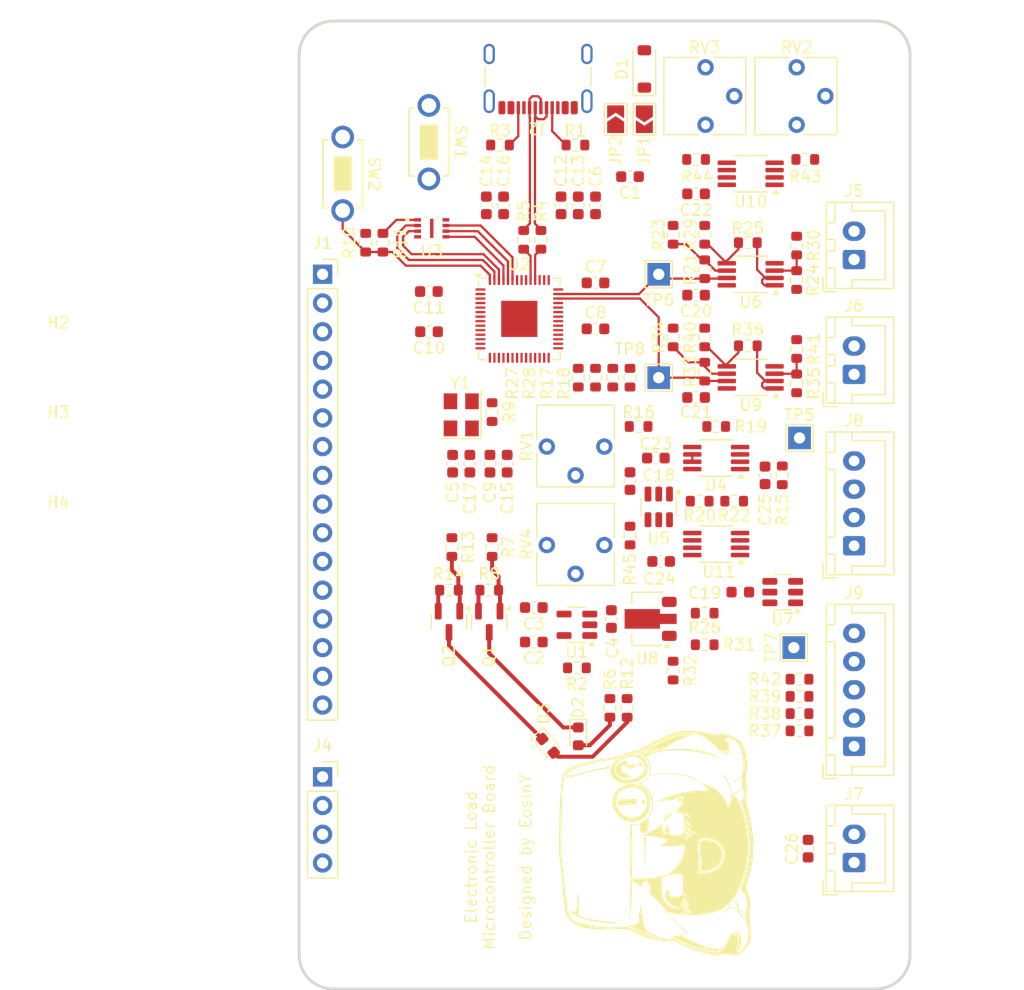
<source format=kicad_pcb>
(kicad_pcb (version 20241229) (generator "pcbnew") (generator_version "9.0")
  (layers (0 "F.Cu" signal) (4 "In1.Cu" signal) (6 "In2.Cu" signal) (2 "B.Cu" signal) (13 "F.Paste" user) (15 "B.Paste" user) (5 "F.SilkS" user "F.Silkscreen") (7 "B.SilkS" user "B.Silkscreen") (1 "F.Mask" user) (3 "B.Mask" user) (25 "Edge.Cuts" user))
  (net 0 "")
  (net 1 "+5V")
  (net 2 "GND")
  (net 3 "Net-(D1-K)")
  (net 4 "Net-(D1-A)")
  (net 5 "Net-(D2-K)")
  (net 6 "Net-(D2-A)")
  (net 7 "Net-(D3-K)")
  (net 8 "Net-(D3-A)")
  (net 9 "Net-(J5-Pin_2)")
  (net 10 "Net-(J6-Pin_2)")
  (net 11 "/USB+")
  (net 12 "/USB-")
  (net 13 "Net-(Q1-G)")
  (net 14 "Net-(Q2-G)")
  (net 15 "ADC_SDA")
  (net 16 "DAC_SDA")
  (net 17 "ADC_SCL")
  (net 18 "DAC_SCL")
  (net 19 "SHUNT_SELECT2")
  (net 20 "SHUNT_SELECT1")
  (net 21 "Vconst_ENABLE")
  (net 22 "LOAD_ENABLE")
  (net 23 "ROM_SS")
  (net 24 "+3V3")
  (net 25 "Net-(R20-Pad2)")
  (net 26 "Net-(R21-Pad2)")
  (net 27 "RES_TEMP")
  (net 28 "MOS_TEMP")
  (net 29 "LED_Gate1")
  (net 30 "LED_Gate2")
  (net 31 "Vofs")
  (net 32 "+1V1")
  (net 33 "ROM_IO2")
  (net 34 "ROM_IO0")
  (net 35 "SWCLK")
  (net 36 "ROM_CLK")
  (net 37 "ROM_IO1")
  (net 38 "ROM_IO3")
  (net 39 "SWD")
  (net 40 "Vmeas")
  (net 41 "Vref")
  (net 42 "T_ofs1")
  (net 43 "T_ofs2")
  (net 44 "VrefCMP")
  (net 45 "Vofs1")
  (net 46 "VAA")
  (net 47 "Net-(U1-Cap)")
  (net 48 "Net-(U2-XIN)")
  (net 49 "Net-(C17-Pad2)")
  (net 50 "Net-(C25-Pad1)")
  (net 51 "Net-(J1-Pin_1)")
  (net 52 "Net-(J1-Pin_8)")
  (net 53 "Net-(J1-Pin_4)")
  (net 54 "Net-(J1-Pin_6)")
  (net 55 "Net-(J1-Pin_7)")
  (net 56 "Net-(J1-Pin_2)")
  (net 57 "Net-(J1-Pin_3)")
  (net 58 "Net-(J1-Pin_5)")
  (net 60 "Net-(JP2-B)")
  (net 62 "Net-(J2-CC1)")
  (net 67 "Net-(J2-CC2)")
  (net 68 "Net-(J9-Pin_1)")
  (net 69 "Net-(J9-Pin_4)")
  (net 70 "Net-(J9-Pin_3)")
  (net 71 "Net-(J9-Pin_2)")
  (net 72 "Net-(U1-Ctrl)")
  (net 73 "Net-(U2-XOUT)")
  (net 74 "Net-(U3-~{CS})")
  (net 75 "Net-(R16-Pad1)")
  (net 76 "Net-(U5-VOUT)")
  (net 77 "Net-(R25-Pad2)")
  (net 78 "Net-(R25-Pad1)")
  (net 79 "Net-(U8-REF)")
  (net 80 "Net-(R33-Pad2)")
  (net 81 "Net-(R36-Pad2)")
  (net 82 "Net-(R36-Pad1)")
  (net 83 "Net-(R43-Pad1)")
  (net 84 "Net-(R44-Pad1)")
  (net 85 "Net-(R45-Pad1)")
  (net 86 "Net-(U2-RUN)")
  (net 89 "USB_D-")
  (net 90 "USB_D+")
  (net 91 "Net-(J1-Pin_15)")
  (net 92 "Net-(J1-Pin_16)")
  (net 93 "Net-(J1-Pin_14)")
  (net 94 "Net-(J1-Pin_11)")
  (net 95 "Net-(J1-Pin_13)")
  (net 96 "Net-(J1-Pin_9)")
  (net 97 "Net-(J1-Pin_12)")
  (net 98 "Net-(J1-Pin_10)")
  (footprint "Resistor_SMD:R_0603_1608Metric" (layer "F.Cu") (at 83.058 107.442 90)
    (property "Reference" "R32")
    (property "Value" "100k")
  )
  (footprint "Package_TO_SOT_SMD:SOT-23" (layer "F.Cu") (at 66.802 103.124 -90)
    (property "Reference" "Q1")
    (property "Value" "2N7002K")
  )
  (footprint "Capacitor_SMD:C_0603_1608Metric" (layer "F.Cu") (at 70.7445 101.867 180)
    (property "Reference" "C3")
    (property "Value" "0.1u")
  )
  (footprint "Potentiometer_THT:Potentiometer_Vishay_T73YP_Vertical" (layer "F.Cu") (at 85.927 59.167)
    (property "Reference" "RV3")
    (property "Value" "10k")
  )
  (footprint "Crystal:Crystal_SMD_SeikoEpson_FA238V-4Pin_3.2x2.5mm" (layer "F.Cu") (at 64.328 84.823 90)
    (property "Reference" "Y1")
    (property "Value" "FA238V 12.000000MHz")
  )
  (footprint "Connector_PinSocket_2.54mm:PinSocket_1x04_P2.54mm_Vertical" (layer "F.Cu") (at 52.07 116.84)
    (property "Reference" "J4")
    (property "Value" "Conn_01x04")
  )
  (footprint "Resistor_SMD:R_0603_1608Metric" (layer "F.Cu") (at 69.85 69.342 -90)
    (property "Reference" "R5")
    (property "Value" "27")
  )
  (footprint "Resistor_SMD:R_0603_1608Metric" (layer "F.Cu") (at 78.994 110.744 -90)
    (property "Reference" "R12")
    (property "Value" "470")
  )
  (footprint "Resistor_SMD:R_0603_1608Metric" (layer "F.Cu") (at 85.852 81 90)
    (property "Reference" "R33")
    (property "Value" "10k")
  )
  (footprint "Resistor_SMD:R_0603_1608Metric" (layer "F.Cu") (at 94.234 112.776)
    (property "Reference" "R37")
    (property "Value" "22")
  )
  (footprint "Capacitor_SMD:C_0603_1608Metric" (layer "F.Cu") (at 66.868 89.141 -90)
    (property "Reference" "C9")
    (property "Value" "0.1u")
  )
  (footprint "Capacitor_SMD:C_0603_1608Metric" (layer "F.Cu") (at 61.481 77.47 180)
    (property "Reference" "C10")
    (property "Value" "0.1u")
  )
  (footprint "Resistor_SMD:R_0603_1608Metric" (layer "F.Cu") (at 94.234 108.204)
    (property "Reference" "R42")
    (property "Value" "22")
  )
  (footprint "Capacitor_SMD:C_0603_1608Metric" (layer "F.Cu") (at 79.248 90.678 90)
    (property "Reference" "C18")
    (property "Value" "0.1u")
  )
  (footprint "Resistor_SMD:R_0603_1608Metric" (layer "F.Cu") (at 74.422 60.96)
    (property "Reference" "R1")
    (property "Value" "5.1k")
  )
  (footprint "Capacitor_SMD:C_0603_1608Metric" (layer "F.Cu") (at 79.248 63.754 180)
    (property "Reference" "C1")
    (property "Value" "0.1u")
  )
  (footprint "Capacitor_SMD:C_0603_1608Metric" (layer "F.Cu") (at 66.548 66.294 90)
    (property "Reference" "C14")
    (property "Value" "0.1u")
  )
  (footprint "Package_TO_SOT_SMD:SOT-89-3" (layer "F.Cu") (at 80.772 102.87 180)
    (property "Reference" "U8")
    (property "Value" "NJM1431AU")
  )
  (footprint "Capacitor_SMD:C_0603_1608Metric" (layer "F.Cu") (at 61.468 73.914 180)
    (property "Reference" "C11")
    (property "Value" "0.1u")
  )
  (footprint "Package_DFN_QFN:QFN-56-1EP_7x7mm_P0.4mm_EP3.2x3.2mm" (layer "F.Cu") (at 69.4605 76.3355)
    (property "Reference" "U2")
    (property "Value" "RP2040")
  )
  (footprint "Resistor_SMD:R_0603_1608Metric" (layer "F.Cu") (at 79.248 81.534 90)
    (property "Reference" "R18")
    (property "Value" "10k")
  )
  (footprint "Akizuki_Switch:TVBP06-B043CB" (layer "F.Cu") (at 53.848 63.5 -90)
    (property "Reference" "SW2")
    (property "Value" "BOOTSEL")
  )
  (footprint "Capacitor_SMD:C_0603_1608Metric" (layer "F.Cu") (at 89 100.5 180)
    (property "Reference" "C19")
    (property "Value" "0.1u")
  )
  (footprint "Package_SO:MSOP-8_3x3mm_P0.65mm" (layer "F.Cu") (at 89.916 81.508 180)
    (property "Reference" "U9")
    (property "Value" "S-89713B-K8T2U")
  )
  (footprint "Capacitor_SMD:C_0603_1608Metric" (layer "F.Cu") (at 76.2 73.152)
    (property "Reference" "C7")
    (property "Value" "0.1u")
  )
  (footprint "Resistor_SMD:R_0603_1608Metric" (layer "F.Cu") (at 80.01 85.852)
    (property "Reference" "R16")
    (property "Value" "100k")
  )
  (footprint "Resistor_SMD:R_0603_1608Metric" (layer "F.Cu") (at 93.98 72.898 -90)
    (property "Reference" "R24")
    (property "Value" "10k")
  )
  (footprint "Resistor_SMD:R_0603_1608Metric" (layer "F.Cu") (at 88.455 92.456 180)
    (property "Reference" "R22")
    (property "Value" "10k")
  )
  (footprint "Resistor_SMD:R_0603_1608Metric" (layer "F.Cu") (at 89.662 69.596)
    (property "Reference" "R25")
    (property "Value" "10k")
  )
  (footprint "Jumper:SolderJumper-2_P1.3mm_Open_TrianglePad1.0x1.5mm" (layer "F.Cu") (at 80.518 58.674 -90)
    (property "Reference" "JP1")
    (property "Value" "5VSW")
  )
  (footprint "TestPoint:TestPoint_THTPad_2.0x2.0mm_Drill1.0mm" (layer "F.Cu") (at 81.788 81.534)
    (property "Reference" "TP8")
    (property "Value" "TestPoint_Probe")
  )
  (footprint "Resistor_SMD:R_0603_1608Metric" (layer "F.Cu") (at 93.98 69.85 -90)
    (property "Reference" "R30")
    (property "Value" "3k")
  )
  (footprint "Capacitor_SMD:C_0603_1608Metric" (layer "F.Cu") (at 76.2 77.216)
    (property "Reference" "C8")
    (property "Value" "0.1u")
  )
  (footprint "Potentiometer_THT:Potentiometer_Vishay_T73YP_Vertical" (layer "F.Cu") (at 71.897 87.63 -90)
    (property "Reference" "RV1")
    (property "Value" "10k")
  )
  (footprint "Capacitor_SMD:C_0603_1608Metric" (layer "F.Cu") (at 85.09 83.286 180)
    (property "Reference" "C21")
    (property "Value" "0.1u")
  )
  (footprint "Capacitor_SMD:C_0603_1608Metric" (layer "F.Cu") (at 94.996 123.19 90)
    (property "Reference" "C26")
    (property "Value" "2.2u")
  )
  (footprint "Resistor_SMD:R_0603_1608Metric" (layer "F.Cu") (at 74.5545 107.201 180)
    (property "Reference" "R2")
    (property "Value" "10k")
  )
  (footprint "Resistor_SMD:R_0603_1608Metric" (layer "F.Cu") (at 93.98 78.994 -90)
    (property "Reference" "R41")
    (property "Value" "3k")
  )
  (footprint "Diode_SMD:D_SOD-123" (layer "F.Cu") (at 80.518 54.228 90)
    (property "Reference" "D1")
    (property "Value" "RB160M-30TR")
  )
  (footprint "Capacitor_SMD:C_0603_1608Metric" (layer "F.Cu") (at 73.152 66.294 90)
    (property "Reference" "C12")
    (property "Value" "0.1u")
  )
  (footprint "Resistor_SMD:R_0603_1608Metric" (layer "F.Cu") (at 85.407 92.456)
    (property "Reference" "R20")
    (property "Value" "10k")
  )
  (footprint "Resistor_SMD:R_0603_1608Metric" (layer "F.Cu") (at 85.852 102.362 180)
    (property "Reference" "R26")
    (property "Value" "82")
  )
  (footprint "Connector_JST:JST_XH_B2B-XH-A_1x02_P2.50mm_Vertical" (layer "F.Cu") (at 99.06 81.24 90)
    (property "Reference" "J6")
    (property "Value" "MOS_Thermister")
  )
  (footprint "Package_SO:MSOP-8_3x3mm_P0.65mm" (layer "F.Cu") (at 89.916 63.5 180)
    (property "Reference" "U10")
    (property "Value" "S-89713B-K8T2U")
  )
  (footprint "Akizuki_Switch:TVBP06-B043CB" (layer "F.Cu") (at 61.468 60.706 90)
    (property "Reference" "SW1")
    (property "Value" "RUN")
  )
  (footprint "Resistor_SMD:R_0603_1608Metric" (layer "F.Cu") (at 77.724 81.534 90)
    (property "Reference" "R17")
    (property "Value" "10k")
  )
  (footprint "Potentiometer_THT:Potentiometer_Vishay_T73YP_Vertical" (layer "F.Cu") (at 71.897 96.341 -90)
    (property "Reference" "RV4")
    (property "Value" "10k")
  )
  (footprint "Connector_USB:USB_C_Receptacle_GCT_USB4105-xx-A_16P_TopMnt_Horizontal" (layer "F.Cu") (at 71.12 53.978 180)
    (property "Reference" "J2")
    (property "Value" "USB_C_Receptacle_USB2.0_16P")
  )
  (footprint "Resistor_SMD:R_0603_1608Metric" (layer "F.Cu") (at 92.71 90.17 -90)
    (property "Reference" "R15")
    (property "Value" "10k")
  )
  (footprint "Resistor_SMD:R_0603_1608Metric" (layer "F.Cu") (at 86.868 85.852)
    (property "Reference" "R19")
    (property "Value" "10k")
  )
  (footprint "LED_SMD:LED_0603_1608Metric" (layer "F.Cu") (at 71.99625 114.100503 -50)
    (property "Reference" "D3")
    (property "Value" "LED")
  )
  (footprint "MountingHole:MountingHole_3.2mm_M3" (layer "F.Cu") (at 28.702 88.807258)
    (property "Reference" "H3")
    (property "Value" "MountingHole")
  )
  (footprint "Resistor_SMD:R_0603_1608Metric" (layer "F.Cu") (at 85.852 71.945 90)
    (property "Reference" "R21")
    (property "Value" "10k")
  )
  (footprint "Resistor_SMD:R_0603_1608Metric" (layer "F.Cu") (at 85.852 77.978 -90)
    (property "Reference" "R40")
    (property "Value" "10k")
  )
  (footprint "Resistor_SMD:R_0603_1608Metric" (layer "F.Cu") (at 74.676 81.534 90)
    (property "Reference" "R27")
    (property "Value" "10k")
  )
  (footprint "Resistor_SMD:R_0603_1608Metric" (layer "F.Cu") (at 71.374 69.342 -90)
    (property "Reference" "R4")
    (property "Value" "27")
  )
  (footprint "Resistor_SMD:R_0603_1608Metric" (layer "F.Cu") (at 57.404 69.596 -90)
    (property "Reference" "R11")
    (property "Value" "1k")
  )
  (footprint "Eoshi-chan:Eoshi-chan_logo_20x20" (layer "F.Cu") (at 81.026 122.682 90)
    (property "Reference" "P1" (hide yes))
    (property "Value" "Eoshi-chan_Silk" (hide yes))
  )
  (footprint "TestPoint:TestPoint_THTPad_2.0x2.0mm_Drill1.0mm" (layer "F.Cu") (at 93.726 105.41)
    (property "Reference" "TP7")
    (property "Value" "TestPoint_Probe")
  )
  (footprint "Capacitor_SMD:C_0603_1608Metric" (layer "F.Cu") (at 82 97.79 180)
    (property "Reference" "C24")
    (property "Value" "0.1u")
  )
  (footprint "Package_TO_SOT_SMD:SOT-23" (layer "F.Cu") (at 63.246 103.124 -90)
    (property "Reference" "Q2")
    (property "Value" "2N7002K")
  )
  (footprint "Resistor_SMD:R_0603_1608Metric" (layer "F.Cu") (at 85.852 105.156)
    (property "Reference" "R31")
    (property "Value" "100k")
  )
  (footprint "Resistor_SMD:R_0603_1608Metric" (layer "F.Cu") (at 85.852 68.897 -90)
    (property "Reference" "R29")
    (property "Value" "10k")
  )
  (footprint "Capacitor_SMD:C_0603_1608Metric" (layer "F.Cu") (at 68.072 66.294 90)
    (property "Reference" "C16")
    (property "Value" "1u")
  )
  (footprint "Resistor_SMD:R_0603_1608Metric" (layer "F.Cu") (at 66.802 100.33)
    (property "Reference" "R8")
    (property "Value" "10k")
  )
  (footprint "Capacitor_SMD:C_0603_1608Metric" (layer "F.Cu") (at 85.09 74.231 180)
    (property "Reference" "C20")
    (property "Value" "0.1u")
  )
  (footprint "Package_SO:MSOP-8_3x3mm_P0.65mm" (layer "F.Cu") (at 86.868 96.25 180)
    (property "Reference" "U11")
    (property "Value" "S-89713B-K8T2U")
  )
  (footprint "Resistor_SMD:R_0603_1608Metric" (layer "F.Cu") (at 67.056 84.582 90)
    (property "Reference" "R9")
    (property "Value" "1k")
  )
  (footprint "Package_SO:MSOP-8_3x3mm_P0.65mm" (layer "F.Cu") (at 89.916 72.39 180)
    (property "Reference" "U6")
    (property "Value" "S-89713B-K8T2U")
  )
  (footprint "Package_TO_SOT_SMD:SOT-23-6" (layer "F.Cu") (at 92.75 100.5 180)
    (property "Reference" "U7")
    (property "Value" "MCP3421A0T-ECH")
  )
  (footprint "Jumper:SolderJumper-2_P1.3mm_Open_TrianglePad1.0x1.5mm" (layer "F.Cu") (at 77.978 58.674 90)
    (property "Reference" "JP2")
    (property "Value" "GNDSW")
  )
  (footprint "Package_TO_SOT_SMD:SOT-23-6" (layer "F.Cu") (at 81.788 92.964 -90)
    (property "Reference" "U5")
    (property "Value" "MCP4725A0T-ECH")
  )
  (footprint "Resistor_SMD:R_0603_1608Metric" (layer "F.Cu") (at 83.058 68.897 -90)
    (property "Reference" "R23")
    (property "Value" "10k")
  )
  (footprint "Capacitor_SMD:C_0603_1608Metric" (layer "F.Cu") (at 63.566 89.141 90)
    (property "Reference" "C5")
    (property "Value" "0.1u")
  )
  (footprint "Capacitor_SMD:C_0603_1608Metric" (layer "F.Cu") (at 81.534 88.646 180)
    (property "Reference" "C23")
    (property "Value" "0.1u")
  )
  (footprint "TestPoint:TestPoint_THTPad_2.0x2.0mm_Drill1.0mm" (layer "F.Cu") (at 94.234 86.868)
    (property "Reference" "TP5")
    (property "Value" "TP")
  )
  (footprint "Resistor_SMD:R_0603_1608Metric" (layer "F.Cu") (at 67.755 60.96 180)
    (property "Reference" "R3")
    (property "Value" "5.1k")
  )
  (footprint "Capacitor_SMD:C_0603_1608Metric" (layer "F.Cu") (at 85.09 65.278 180)
    (property "Reference" "C22")
    (property "Value" "0.1u")
  )
  (footprint "Potentiometer_THT:Potentiometer_Vishay_T73YP_Vertical" (layer "F.Cu") (at 93.98 59.167)
    (property "Reference" "RV2")
    (property "Value" "10k")
  )
  (footprint "Capacitor_SMD:C_0603_1608Metric" (layer "F.Cu") (at 74.676 66.294 90)
    (property "Reference" "C13")
    (property "Value" "1u")
  )
  (footprint "Connector_PinSocket_2.54mm:PinSocket_1x16_P2.54mm_Vertical" (layer "F.Cu") (at 52.07 72.39)
    (property "Reference" "J1")
    (property "Value" "Conn_01x16")
  )
  (footprint "Connector_JST:JST_XH_B4B-XH-A_1x04_P2.50mm_Vertical" (layer "F.Cu") (at 99.06 96.4 90)
    (property "Reference" "J8")
    (property "Value" "AnalogIO")
  )
  (footprint "Resistor_SMD:R_0603_1608Metric" (layer "F.Cu") (at 63.5 96.52 -90)
    (property "Reference" "R13")
    (property "Value" "1k")
  )
  (footprint "Resistor_SMD:R_0603_1608Metric" (layer "F.Cu") (at 76.2 81.534 90)
    (property "Reference" "R28")
    (property "Value" "10k")
  )
  (footprint "Resistor_SMD:R_0603_1608Metric" (layer "F.Cu") (at 94.742 62.23)
    (property "Reference" "R43")
    (property "Value" "10k")
  )
  (footprint "Resistor_SMD:R_0603_1608Metric" (layer "F.Cu") (at 85.09 62.23 180)
    (property "Reference" "R44")
    (property "Value" "10k")
  )
  (footprint "Resistor_SMD:R_0603_1608Metric" (layer "F.Cu") (at 89.662 78.714)
    (property "Reference" "R36")
    (property "Value" "10k")
  )
  (footprint "Connector_JST:JST_XH_B2B-XH-A_1x02_P2.50mm_Vertical" (layer "F.Cu") (at 99.06 71.08 90)
    (property "Reference" "J5")
    (property "Value" "R_Thermister")
  )
  (footprint "Connector_JST:JST_XH_B2B-XH-A_1x02_P2.50mm_Vertical" (layer "F.Cu") (at 99.06 124.42 90)
    (property "Reference" "J7")
    (property "Value" "+5V")
  )
  (footprint "Resistor_SMD:R_0603_1608Metric" (layer "F.Cu") (at 94.234 109.728)
    (property "Reference" "R39")
    (property "Value" "22")
  )
  (footprint "Package_SO:MSOP-8_3x3mm_P0.65mm" (layer "F.Cu") (at 86.868 88.646 180)
    (property "Reference" "U4")
    (property "Value" "S-89713B-K8T2U")
  )
  (footprint "Capacitor_SMD:C_0603_1608Metric" (layer "F.Cu") (at 70.7445 104.915 180)
    (property "Reference" "C2")
    (property "Value" "0.1u")
  )
  (footprint "Resistor_SMD:R_0603_1608Metric" (layer "F.Cu") (at 77.47 110.744 -90)
    (property "Reference" "R6")
    (property "Value" "470")
  )
  (footprint "MountingHole:MountingHole_3.2mm_M3" (layer "F.Cu") (at 28.702 96.757258)
    (property "Reference" "H4")
    (property "Value" "MountingHole")
  )
  (footprint "TestPoint:TestPoint_THTPad_2.0x2.0mm_Drill1.0mm" (layer "F.Cu") (at 81.788 72.39)
    (property "Reference" "TP6")
    (property "Value" "TestPoint_Probe")
  )
  (footprint "Capacitor_SMD:C_0603_1608Metric" (layer "F.Cu") (at 91.186 90.17 -90)
    (property "Reference" "C25")
    (property "Value" "2.2u")
  )
  (footprint "Resistor_SMD:R_0603_1608Metric" (layer "F.Cu") (at 93.98 82.042 -90)
    (property "Reference" "R35")
    (property "Value" "10k")
  )
  (footprint "Resistor_SMD:R_0603_1608Metric" (layer "F.Cu") (at 55.88 69.596 90)
    (property "Reference" "R10")
    (property "Value" "10k")
  )
  (footprint "Capacitor_SMD:C_0603_1608Metric" (layer "F.Cu") (at 76.2 66.294 90)
    (property "Reference" "C6")
    (property "Value" "0.1u")
  )
  (footprint "Capacitor_SMD:C_0603_1608Metric" (layer "F.Cu") (at 68.392 89.141 -90)
    (property "Reference" "C15")
    (property "Value" "0.1u")
  )
  (footprint "Resistor_SMD:R_0603_1608Metric" (layer "F.Cu") (at 79.25 95.5 90)
    (property "Reference" "R45")
    (property "Value" "10k")
  )
  (footprint "ROM:IC_W25Q16JVUXIQ_TR" (layer "F.Cu") (at 61.722 68.326)
    (property "Reference" "U3")
    (property "Value" "W25Q16JVUXIQ")
  )
  (footprint "Capacitor_SMD:C_0603_1608Metric" (layer "F.Cu") (at 77.6025 102.883 -90)
    (property "Reference" "C4")
    (property "Value" "0.1u")
  )
  (footprint "Package_TO_SOT_SMD:SOT-23-5" (layer "F.Cu") (at 74.5545 103.391 180)
    (property "Reference" "U1")
    (property "Value" "NJM2863")
  )
  (footprint "Resistor_SMD:R_0603_1608Metric" (layer "F.Cu") (at 83.058 77.978 -90)
    (property "Reference" "R34")
    (property "Value" "10k")
  )
  (footprint "MountingHole:MountingHole_3.2mm_M3" (layer "F.Cu") (at 55 55)
    (property "Reference" "H1" (hide yes))
    (property "Value" "MountingHole")
  )
  (footprint "LED_SMD:LED_0603_1608Metric" (layer "F.Cu") (at 74.676 113.258499 -90)
    (property "Reference" "D2")
    (property "Value" "LED")
  )
  (footprint "Resistor_SMD:R_0603_1608Metric" (layer "F.Cu") (at 94.234 111.252)
    (property "Reference" "R38")
    (property "Value" "22")
  )
  (footprint "Resistor_SMD:R_0603_1608Metric" (layer "F.Cu") (at 63.246 100.33)
    (property "Reference" "R14")
    (property "Value" "10k")
  )
  (footprint "MountingHole:MountingHole_3.2mm_M3" (layer "F.Cu") (at 28.702 80.857258)
    (property "Reference" "H2")
    (property "Value" "MountingHole")
  )
  (footprint "Connector_JST:JST_XH_B5B-XH-A_1x05_P2.50mm_Vertical" (layer "F.Cu") (at 99.06 114.14 90)
    (property "Reference" "J9")
    (property "Value" "Switch_Control")
  )
  (footprint "Capacitor_SMD:C_0603_1608Metric" (layer "F.Cu") (at 65.09 89.141 90)
    (property "Reference" "C17")
    (property "Value" "0.1u")
  )
  (footprint "Resistor_SMD:R_0603_1608Metric" (layer "F.Cu") (at 67.056 96.52 -90)
    (property "Reference" "R7")
    (property "Value" "1k")
  )
  (gr_arc (start 50 53) (mid 50.87868 50.87868) (end 53 50) (stroke (width 0.25)) (layer "Edge.Cuts"))
  (gr_arc (start 104 132.599999) (mid 103.12132 134.72132) (end 100.999999 135.6) (stroke (width 0.25)) (layer "Edge.Cuts"))
  (gr_line (start 53.000001 135.6) (end 100.999999 135.6) (stroke (width 0.25)) (layer "Edge.Cuts"))
  (gr_arc (start 101 50) (mid 103.12132 50.87868) (end 104 53) (stroke (width 0.25)) (layer "Edge.Cuts"))
  (gr_line (start 104 132.599999) (end 104 53) (stroke (width 0.25)) (layer "Edge.Cuts"))
  (gr_arc (start 53.000001 135.6) (mid 50.87868 134.72132) (end 50 132.599999) (stroke (width 0.25)) (layer "Edge.Cuts"))
  (gr_line (start 101 50) (end 53 50) (stroke (width 0.25)) (layer "Edge.Cuts"))
  (gr_line (start 50 53) (end 50 132.599999) (stroke (width 0.25)) (layer "Edge.Cuts"))
  (gr_text "Electronic Load\nMicrocontroller Board\n\nDesigned by EosinY" (at 70.612 123.952 90) (layer "F.SilkS") (effects (font (size 1 1) (thickness 0.125)) (justify bottom)))
  (gr_text "" (at 112.269996 135.6 90) (layer "Edge.Cuts") (effects (font (size 4.83362 3.04518) (thickness 0.604202)) (justify left top)))
  (segment (start 65.852 100.455) (end 65.977 100.33) (width 0.35) (layer "F.Cu") (net 2))
  (segment (start 62.296 102.1865) (end 62.296 100.455) (width 0.35) (layer "F.Cu") (net 2))
  (segment (start 62.296 100.455) (end 62.421 100.33) (width 0.35) (layer "F.Cu") (net 2))
  (segment (start 65.852 102.1865) (end 65.852 100.455) (width 0.35) (layer "F.Cu") (net 2))
  (segment (start 74.676 112.470998) (end 73.354998 112.470998) (width 0.35) (layer "F.Cu") (net 5))
  (segment (start 73.354998 112.470998) (end 66.802 105.918) (width 0.35) (layer "F.Cu") (net 5))
  (segment (start 66.802 105.918) (end 66.802 104.0615) (width 0.35) (layer "F.Cu") (net 5))
  (segment (start 77.47 112.268) (end 75.692 114.046) (width 0.35) (layer "F.Cu") (net 6))
  (segment (start 75.692 114.046) (end 74.676 114.046) (width 0.35) (layer "F.Cu") (net 6))
  (segment (start 77.47 111.569) (end 77.47 112.268) (width 0.35) (layer "F.Cu") (net 6))
  (segment (start 63.246 105.253188) (end 63.246 104.0615) (width 0.35) (layer "F.Cu") (net 7))
  (segment (start 71.490055 113.497243) (end 63.246 105.253188) (width 0.35) (layer "F.Cu") (net 7))
  (segment (start 72.860682 115.062) (end 72.502445 114.703763) (width 0.35) (layer "F.Cu") (net 8))
  (segment (start 75.946 115.062) (end 72.860682 115.062) (width 0.35) (layer "F.Cu") (net 8))
  (segment (start 78.994 111.569) (end 78.994 112.014) (width 0.35) (layer "F.Cu") (net 8))
  (segment (start 78.994 112.014) (end 75.946 115.062) (width 0.35) (layer "F.Cu") (net 8))
  (segment (start 92.0285 72.065) (end 93.972 72.065) (width 0.2) (layer "F.Cu") (net 9))
  (segment (start 93.98 72.073) (end 93.98 70.675) (width 0.2) (layer "F.Cu") (net 9))
  (segment (start 93.972 72.065) (end 93.98 72.073) (width 0.2) (layer "F.Cu") (net 9))
  (segment (start 93.946 81.183) (end 93.98 81.217) (width 0.2) (layer "F.Cu") (net 10))
  (segment (start 93.98 81.217) (end 93.98 79.819) (width 0.2) (layer "F.Cu") (net 10))
  (segment (start 92.0285 81.183) (end 93.946 81.183) (width 0.2) (layer "F.Cu") (net 10))
  (segment (start 71.37 56.892) (end 71.37 57.658) (width 0.2) (layer "F.Cu") (net 11))
  (segment (start 70.37 56.884) (end 70.612 56.642) (width 0.2) (layer "F.Cu") (net 11))
  (segment (start 70.37 57.658) (end 70.37 56.884) (width 0.2) (layer "F.Cu") (net 11))
  (segment (start 70.37 57.658) (end 70.37 58.520501) (width 0.2) (layer "F.Cu") (net 11))
  (segment (start 70.395 58.545501) (end 70.395 67.897) (width 0.2) (layer "F.Cu") (net 11))
  (segment (start 70.37 58.520501) (end 70.395 58.545501) (width 0.2) (layer "F.Cu") (net 11))
  (segment (start 69.85 68.442) (end 69.85 68.517) (width 0.2) (layer "F.Cu") (net 11))
  (segment (start 70.395 67.897) (end 69.85 68.442) (width 0.2) (layer "F.Cu") (net 11))
  (segment (start 71.12 56.642) (end 71.37 56.892) (width 0.2) (layer "F.Cu") (net 11))
  (segment (start 70.612 56.642) (end 71.12 56.642) (width 0.2) (layer "F.Cu") (net 11))
  (segment (start 71.374 68.442) (end 71.374 68.517) (width 0.2) (layer "F.Cu") (net 12))
  (segment (start 70.837 67.905) (end 71.374 68.442) (width 0.2) (layer "F.Cu") (net 12))
  (segment (start 70.845 58.545501) (end 70.845 67.736206) (width 0.2) (layer "F.Cu") (net 12))
  (segment (start 70.87 58.520501) (end 70.845 58.545501) (width 0.2) (layer "F.Cu") (net 12))
  (segment (start 70.87 57.662) (end 70.919 57.711) (width 0.2) (layer "F.Cu") (net 12))
  (segment (start 70.866 58.42) (end 71.12 58.674) (width 0.2) (layer "F.Cu") (net 12))
  (segment (start 71.628 58.674) (end 71.87 58.432) (width 0.2) (layer "F.Cu") (net 12))
  (segment (start 70.87 57.658) (end 70.87 58.416) (width 0.2) (layer "F.Cu") (net 12))
  (segment (start 70.837 67.744206) (end 70.837 67.905) (width 0.2) (layer "F.Cu") (net 12))
  (segment (start 70.87 58.416) (end 70.866 58.42) (width 0.2) (layer "F.Cu") (net 12))
  (segment (start 71.87 58.432) (end 71.87 57.658) (width 0.2) (layer "F.Cu") (net 12))
  (segment (start 71.12 58.674) (end 71.628 58.674) (width 0.2) (layer "F.Cu") (net 12))
  (segment (start 70.87 57.658) (end 70.87 58.520501) (width 0.2) (layer "F.Cu") (net 12))
  (segment (start 70.845 67.736206) (end 70.837 67.744206) (width 0.2) (layer "F.Cu") (net 12))
  (segment (start 67.752 102.1865) (end 67.752 100.455) (width 0.35) (layer "F.Cu") (net 13))
  (segment (start 67.752 100.455) (end 67.627 100.33) (width 0.35) (layer "F.Cu") (net 13))
  (segment (start 67.627 99.123) (end 67.056 98.552) (width 0.35) (layer "F.Cu") (net 13))
  (segment (start 67.056 98.552) (end 67.056 97.345) (width 0.35) (layer "F.Cu") (net 13))
  (segment (start 67.627 100.33) (end 67.627 99.123) (width 0.35) (layer "F.Cu") (net 13))
  (segment (start 64.196 100.455) (end 64.071 100.33) (width 0.35) (layer "F.Cu") (net 14))
  (segment (start 64.196 102.1865) (end 64.196 100.455) (width 0.35) (layer "F.Cu") (net 14))
  (segment (start 63.5 97.345) (end 63.5 98.552) (width 0.35) (layer "F.Cu") (net 14))
  (segment (start 64.071 99.123) (end 64.071 100.33) (width 0.35) (layer "F.Cu") (net 14))
  (segment (start 63.5 98.552) (end 64.071 99.123) (width 0.35) (layer "F.Cu") (net 14))
  (segment (start 55.88 70.421) (end 57.404 70.421) (width 0.2) (layer "F.Cu") (net 23))
  (segment (start 66.8605 72.898) (end 66.8605 72.4485) (width 0.2) (layer "F.Cu") (net 23))
  (segment (start 53.848 68.389) (end 55.88 70.421) (width 0.2) (layer "F.Cu") (net 23))
  (segment (start 66.04 71.628) (end 59.436 71.628) (width 0.2) (layer "F.Cu") (net 23))
  (segment (start 53.848 66.75) (end 53.848 68.389) (width 0.2) (layer "F.Cu") (net 23))
  (segment (start 59.436 71.628) (end 58.229 70.421) (width 0.2) (layer "F.Cu") (net 23))
  (segment (start 55.626 70.675) (end 55.88 70.421) (width 0.2) (layer "F.Cu") (net 23))
  (segment (start 58.229 70.421) (end 57.404 70.421) (width 0.2) (layer "F.Cu") (net 23))
  (segment (start 66.8605 72.4485) (end 66.04 71.628) (width 0.2) (layer "F.Cu") (net 23))
  (segment (start 57.393 70.41) (end 57.404 70.421) (width 0.2) (layer "F.Cu") (net 23))
  (segment (start 86.797 72.065) (end 85.852 71.12) (width 0.2) (layer "F.Cu") (net 26))
  (segment (start 85.852 71.12) (end 85.598 71.12) (width 0.2) (layer "F.Cu") (net 26))
  (segment (start 85.598 71.12) (end 84.2 69.722) (width 0.2) (layer "F.Cu") (net 26))
  (segment (start 84.2 69.722) (end 83.058 69.722) (width 0.2) (layer "F.Cu") (net 26))
  (segment (start 87.8035 72.065) (end 86.797 72.065) (width 0.2) (layer "F.Cu") (net 26))
  (segment (start 82.422 72.77) (end 85.852 72.77) (width 0.2) (layer "F.Cu") (net 27))
  (segment (start 82.042 72.39) (end 82.422 72.77) (width 0.2) (layer "F.Cu") (net 27))
  (segment (start 80.0425 74.1355) (end 81.788 72.39) (width 0.2) (layer "F.Cu") (net 27))
  (segment (start 87.7485 72.77) (end 87.8035 72.715) (width 0.2) (layer "F.Cu") (net 27))
  (segment (start 81.788 72.39) (end 82.042 72.39) (width 0.2) (layer "F.Cu") (net 27))
  (segment (start 85.852 72.77) (end 87.7485 72.77) (width 0.2) (layer "F.Cu") (net 27))
  (segment (start 72.898 74.1355) (end 80.0425 74.1355) (width 0.2) (layer "F.Cu") (net 27))
  (segment (start 81.788 81.534) (end 85.561 81.534) (width 0.2) (layer "F.Cu") (net 28))
  (segment (start 80.1235 74.5355) (end 81.788 76.2) (width 0.2) (layer "F.Cu") (net 28))
  (segment (start 72.898 74.5355) (end 80.1235 74.5355) (width 0.2) (layer "F.Cu") (net 28))
  (segment (start 85.852 81.825) (end 87.7955 81.825) (width 0.2) (layer "F.Cu") (net 28))
  (segment (start 87.7955 81.825) (end 87.8035 81.833) (width 0.2) (layer "F.Cu") (net 28))
  (segment (start 85.561 81.534) (end 85.852 81.825) (width 0.2) (layer "F.Cu") (net 28))
  (segment (start 81.788 76.2) (end 81.788 81.534) (width 0.2) (layer "F.Cu") (net 28))
  (segment (start 60.472 68.576) (end 59.694 68.576) (width 0.2) (layer "F.Cu") (net 33))
  (segment (start 67.6605 71.9785) (end 67.6605 72.898) (width 0.2) (layer "F.Cu") (net 33))
  (segment (start 59.182 69.088) (end 59.182 69.85) (width 0.2) (layer "F.Cu") (net 33))
  (segment (start 59.182 69.85) (end 59.944 70.612) (width 0.2) (layer "F.Cu") (net 33))
  (segment (start 66.294 70.612) (end 67.6605 71.9785) (width 0.2) (layer "F.Cu") (net 33))
  (segment (start 59.694 68.576) (end 59.182 69.088) (width 0.2) (layer "F.Cu") (net 33))
  (segment (start 59.944 70.612) (end 66.294 70.612) (width 0.2) (layer "F.Cu") (net 33))
  (segment (start 65.52 69.076) (end 62.972 69.076) (width 0.2) (layer "F.Cu") (net 34))
  (segment (start 68.0605 71.6165) (end 65.52 69.076) (width 0.2) (layer "F.Cu") (net 34))
  (segment (start 68.0605 72.898) (end 68.0605 71.6165) (width 0.2) (layer "F.Cu") (net 34))
  (segment (start 68.4605 71.2545) (end 65.786 68.58) (width 0.2) (layer "F.Cu") (net 36))
  (segment (start 65.786 68.58) (end 65.532 68.58) (width 0.2) (layer "F.Cu") (net 36))
  (segment (start 68.4605 72.898) (end 68.4605 71.2545) (width 0.2) (layer "F.Cu") (net 36))
  (segment (start 65.532 68.58) (end 65.528 68.576) (width 0.2) (layer "F.Cu") (net 36))
  (segment (start 65.528 68.576) (end 62.972 68.576) (width 0.2) (layer "F.Cu") (net 36))
  (segment (start 60.472 68.076) (end 60.468 68.072) (width 0.2) (layer "F.Cu") (net 37))
  (segment (start 58.674 70.104) (end 59.69 71.12) (width 0.2) (layer "F.Cu") (net 37))
  (segment (start 67.2605 72.1456) (end 67.2605 72.898) (width 0.2) (layer "F.Cu") (net 37))
  (segment (start 59.69 71.12) (end 66.2349 71.12) (width 0.2) (layer "F.Cu") (net 37))
  (segment (start 58.674 68.834) (end 58.674 70.104) (width 0.2) (layer "F.Cu") (net 37))
  (segment (start 59.436 68.072) (end 58.674 68.834) (width 0.2) (layer "F.Cu") (net 37))
  (segment (start 66.2349 71.12) (end 67.2605 72.1456) (width 0.2) (layer "F.Cu") (net 37))
  (segment (start 60.468 68.072) (end 59.436 68.072) (width 0.2) (layer "F.Cu") (net 37))
  (segment (start 66.044 68.076) (end 62.972 68.076) (width 0.2) (layer "F.Cu") (net 38))
  (segment (start 68.8605 72.898) (end 68.8605 70.8925) (width 0.2) (layer "F.Cu") (net 38))
  (segment (start 68.8605 70.8925) (end 66.044 68.076) (width 0.2) (layer "F.Cu") (net 38))
  (segment (start 84.7555 88.971) (end 84.7555 88.321) (width 0.2) (layer "F.Cu") (net 44))
  (segment (start 72.37 57.658) (end 72.37 59.733) (width 0.2) (layer "F.Cu") (net 62))
  (segment (start 72.37 59.733) (end 73.597 60.96) (width 0.2) (layer "F.Cu") (net 62))
  (segment (start 69.37 57.658) (end 69.37 60.17) (width 0.2) (layer "F.Cu") (net 67))
  (segment (start 69.37 60.17) (end 68.58 60.96) (width 0.2) (layer "F.Cu") (net 67))
  (segment (start 57.404 68.771) (end 58.599 67.576) (width 0.2) (layer "F.Cu") (net 74))
  (segment (start 58.599 67.576) (end 60.472 67.576) (width 0.2) (layer "F.Cu") (net 74))
  (segment (start 91.115 72.715) (end 90.932 72.898) (width 0.2) (layer "F.Cu") (net 77))
  (segment (start 90.487 71.985999) (end 91.216001 72.715) (width 0.2) (layer "F.Cu") (net 77))
  (segment (start 90.932 73.152) (end 91.145 73.365) (width 0.2) (layer "F.Cu") (net 77))
  (segment (start 90.932 72.898) (end 90.932 73.152) (width 0.2) (layer "F.Cu") (net 77))
  (segment (start 92.0285 72.715) (end 91.115 72.715) (width 0.2) (layer "F.Cu") (net 77))
  (segment (start 90.487 69.596) (end 90.487 71.985999) (width 0.2) (layer "F.Cu") (net 77))
  (segment (start 91.145 73.365) (end 92.0285 73.365) (width 0.2) (layer "F.Cu") (net 77))
  (segment (start 91.216001 72.715) (end 92.0285 72.715) (width 0.2) (layer "F.Cu") (net 77))
  (segment (start 88.837 70.167) (end 88.837 69.596) (width 0.2) (layer "F.Cu") (net 78))
  (segment (start 87.8035 71.415) (end 87.8035 71.2005) (width 0.2) (layer "F.Cu") (net 78))
  (segment (start 86.1105 69.722) (end 87.8035 71.415) (width 0.2) (layer "F.Cu") (net 78))
  (segment (start 87.8035 71.2005) (end 88.837 70.167) (width 0.2) (layer "F.Cu") (net 78))
  (segment (start 85.852 69.722) (end 86.1105 69.722) (width 0.2) (layer "F.Cu") (net 78))
  (segment (start 84.43 80.175) (end 83.058 78.803) (width 0.2) (layer "F.Cu") (net 80))
  (segment (start 85.852 80.175) (end 85.852 80.548) (width 0.2) (layer "F.Cu") (net 80))
  (segment (start 85.852 80.175) (end 84.43 80.175) (width 0.2) (layer "F.Cu") (net 80))
  (segment (start 85.852 80.548) (end 86.487 81.183) (width 0.2) (layer "F.Cu") (net 80))
  (segment (start 86.487 81.183) (end 87.8035 81.183) (width 0.2) (layer "F.Cu") (net 80))
  (segment (start 91.141 81.833) (end 90.932 82.042) (width 0.2) (layer "F.Cu") (net 81))
  (segment (start 90.487 78.714) (end 90.487 81.103999) (width 0.2) (layer "F.Cu") (net 81))
  (segment (start 91.216001 81.833) (end 92.0285 81.833) (width 0.2) (layer "F.Cu") (net 81))
  (segment (start 92.0285 82.483) (end 91.119 82.483) (width 0.2) (layer "F.Cu") (net 81))
  (segment (start 90.932 82.042) (end 90.932 82.296) (width 0.2) (layer "F.Cu") (net 81))
  (segment (start 90.487 81.103999) (end 91.216001 81.833) (width 0.2) (layer "F.Cu") (net 81))
  (segment (start 91.119 82.483) (end 90.932 82.296) (width 0.2) (layer "F.Cu") (net 81))
  (segment (start 92.0285 81.833) (end 91.141 81.833) (width 0.2) (layer "F.Cu") (net 81))
  (segment (start 87.8035 80.533) (end 87.8035 80.3445) (width 0.2) (layer "F.Cu") (net 82))
  (segment (start 85.852 78.803) (end 86.0735 78.803) (width 0.2) (layer "F.Cu") (net 82))
  (segment (start 87.8035 80.3445) (end 88.837 79.311) (width 0.2) (layer "F.Cu") (net 82))
  (segment (start 86.0735 78.803) (end 87.8035 80.533) (width 0.2) (layer "F.Cu") (net 82))
  (segment (start 88.837 79.311) (end 88.837 78.714) (width 0.2) (layer "F.Cu") (net 82))
  (segment (start 70.8605 70.6805) (end 71.374 70.167) (width 0.2) (layer "F.Cu") (net 89))
  (segment (start 70.8605 72.898) (end 70.8605 70.6805) (width 0.2) (layer "F.Cu") (net 89))
  (segment (start 70.4605 70.7775) (end 69.85 70.167) (width 0.2) (layer "F.Cu") (net 90))
  (segment (start 70.4605 72.898) (end 70.4605 70.7775) (width 0.2) (layer "F.Cu") (net 90))
)
</source>
